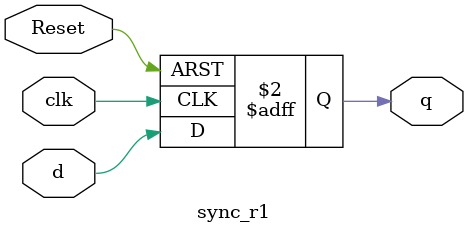
<source format=sv>

module sync (
	input  logic clk, d, 
	output logic q
);

	always_ff @ (posedge clk)
	begin
		q <= d;
	end

endmodule


// Synchronizer with reset to 0 (d_ff)
module sync_r0 (
	input  logic clk, Reset, d, 
	output logic q
);

	//initial
	//begin	
	//	q <= 1'b0;
	//end

	always_ff @ (posedge clk or posedge Reset)
	begin
		if (Reset)
			q <= 1'b0;
		else
			q <= d;
	end

endmodule

// Synchronizer with reset to 1 (d_ff)
module sync_r1 (
	input  logic clk, Reset, d, 
	output logic q
);

	//initial
	//begin	
	//	q <= 1'b1;
	//end

	always_ff @ (posedge clk or posedge Reset)
	begin
		if (Reset)
			q <= 1'b1;
		else
			q <= d;
	end

endmodule

</source>
